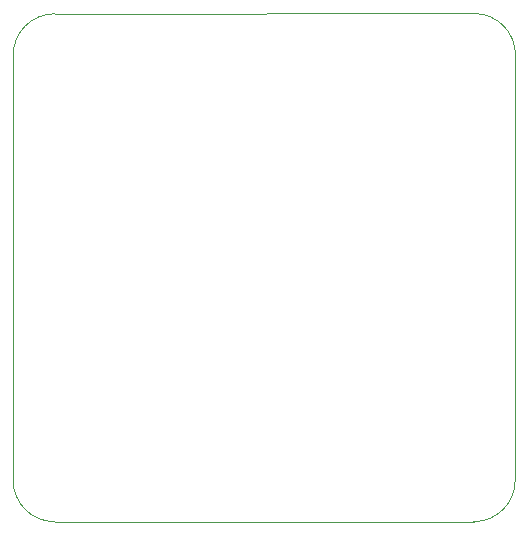
<source format=gbr>
%TF.GenerationSoftware,KiCad,Pcbnew,7.0.8*%
%TF.CreationDate,2024-02-20T11:28:20-06:00*%
%TF.ProjectId,CH32V103DevBoard,43483332-5631-4303-9344-6576426f6172,rev?*%
%TF.SameCoordinates,Original*%
%TF.FileFunction,Profile,NP*%
%FSLAX46Y46*%
G04 Gerber Fmt 4.6, Leading zero omitted, Abs format (unit mm)*
G04 Created by KiCad (PCBNEW 7.0.8) date 2024-02-20 11:28:20*
%MOMM*%
%LPD*%
G01*
G04 APERTURE LIST*
%TA.AperFunction,Profile*%
%ADD10C,0.100000*%
%TD*%
G04 APERTURE END LIST*
D10*
X131000000Y-101500000D02*
G75*
G03*
X134500000Y-105000000I3499999J-1D01*
G01*
X170000000Y-105000000D02*
G75*
G03*
X173500000Y-101500000I1J3499999D01*
G01*
X173525126Y-65474874D02*
G75*
G03*
X170025126Y-61974874I-3499999J1D01*
G01*
X134500000Y-62000000D02*
G75*
G03*
X131000000Y-65500000I0J-3500000D01*
G01*
X131000000Y-101500000D02*
X131000000Y-65500000D01*
X170000000Y-105000000D02*
X134500000Y-105000000D01*
X173525126Y-65474874D02*
X173500000Y-101500000D01*
X134500000Y-62000000D02*
X170025126Y-61974874D01*
M02*

</source>
